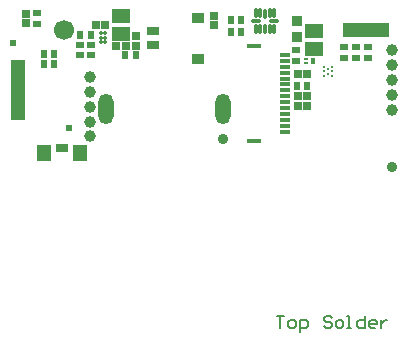
<source format=gbr>
G04 Layer_Color=8388736*
%FSLAX45Y45*%
%MOMM*%
%TF.FileFunction,Soldermask,Top*%
%TF.Part,Single*%
%TFFileComment,The blind Vias under BGA and Other Pads are Via-In-Pad (VIP)*%
G01*
G75*
%TA.AperFunction,SMDPad,CuDef*%
%ADD16C,1.00000*%
%TA.AperFunction,NonConductor*%
%ADD39C,0.15000*%
%TA.AperFunction,ComponentPad*%
%ADD42C,1.00000*%
%TA.AperFunction,ViaPad*%
%ADD48C,0.45000*%
%TA.AperFunction,BGAPad,SMDef*%
%ADD79C,0.25000*%
%TA.AperFunction,SMDPad,CuDef*%
%ADD105C,0.91400*%
%ADD116R,0.56000X0.76000*%
%ADD117R,0.76000X0.56000*%
%ADD118R,0.92200X0.92200*%
%ADD119R,0.68000X0.64000*%
%ADD120R,0.64000X0.68000*%
%TA.AperFunction,ComponentPad*%
%ADD124O,1.30000X2.60000*%
%TA.AperFunction,ViaPad*%
%ADD125C,1.70000*%
%ADD126C,0.60100*%
%TA.AperFunction,NonConductor*%
%ADD127R,1.19095X5.12019*%
%TA.AperFunction,SMDPad,CuDef*%
%ADD128R,1.00000X0.90000*%
%ADD129R,1.05000X0.80000*%
%ADD130R,1.16000X0.46000*%
%ADD131R,0.84000X0.44000*%
%ADD132R,1.20000X1.40000*%
%ADD133R,1.10000X0.70000*%
%ADD134R,3.92000X1.16000*%
%ADD135R,0.70000X0.80000*%
%ADD136R,1.57000X1.19000*%
G04:AMPARAMS|DCode=137|XSize=0.33mm|YSize=0.58mm|CornerRadius=0.1025mm|HoleSize=0mm|Usage=FLASHONLY|Rotation=0.000|XOffset=0mm|YOffset=0mm|HoleType=Round|Shape=RoundedRectangle|*
%AMROUNDEDRECTD137*
21,1,0.33000,0.37500,0,0,0.0*
21,1,0.12500,0.58000,0,0,0.0*
1,1,0.20500,0.06250,-0.18750*
1,1,0.20500,-0.06250,-0.18750*
1,1,0.20500,-0.06250,0.18750*
1,1,0.20500,0.06250,0.18750*
%
%ADD137ROUNDEDRECTD137*%
G04:AMPARAMS|DCode=138|XSize=0.24mm|YSize=0.33mm|CornerRadius=0.08mm|HoleSize=0mm|Usage=FLASHONLY|Rotation=90.000|XOffset=0mm|YOffset=0mm|HoleType=Round|Shape=RoundedRectangle|*
%AMROUNDEDRECTD138*
21,1,0.24000,0.17000,0,0,90.0*
21,1,0.08000,0.33000,0,0,90.0*
1,1,0.16000,0.08500,0.04000*
1,1,0.16000,0.08500,-0.04000*
1,1,0.16000,-0.08500,-0.04000*
1,1,0.16000,-0.08500,0.04000*
%
%ADD138ROUNDEDRECTD138*%
%ADD139R,0.33000X0.24000*%
%TA.AperFunction,BGAPad,CuDef*%
%ADD140C,0.34000*%
%TA.AperFunction,SMDPad,CuDef*%
%ADD141O,0.28000X0.93000*%
%ADD142O,0.30000X1.00000*%
%ADD143O,1.00000X0.28000*%
%ADD144O,0.98000X0.26000*%
D16*
X220629Y-898614D02*
D03*
Y-773614D02*
D03*
Y-648614D02*
D03*
Y-523614D02*
D03*
Y-398614D02*
D03*
D39*
X1799430Y-2422042D02*
X1866076D01*
X1832753D01*
Y-2522009D01*
X1916060D02*
X1949382D01*
X1966043Y-2505348D01*
Y-2472026D01*
X1949382Y-2455364D01*
X1916060D01*
X1899398Y-2472026D01*
Y-2505348D01*
X1916060Y-2522009D01*
X1999366Y-2555332D02*
Y-2455364D01*
X2049350D01*
X2066011Y-2472026D01*
Y-2505348D01*
X2049350Y-2522009D01*
X1999366D01*
X2265947Y-2438703D02*
X2249286Y-2422042D01*
X2215963D01*
X2199302Y-2438703D01*
Y-2455364D01*
X2215963Y-2472026D01*
X2249286D01*
X2265947Y-2488687D01*
Y-2505348D01*
X2249286Y-2522009D01*
X2215963D01*
X2199302Y-2505348D01*
X2315931Y-2522009D02*
X2349253D01*
X2365914Y-2505348D01*
Y-2472026D01*
X2349253Y-2455364D01*
X2315931D01*
X2299269Y-2472026D01*
Y-2505348D01*
X2315931Y-2522009D01*
X2399237D02*
X2432560D01*
X2415899D01*
Y-2422042D01*
X2399237D01*
X2549189D02*
Y-2522009D01*
X2499205D01*
X2482544Y-2505348D01*
Y-2472026D01*
X2499205Y-2455364D01*
X2549189D01*
X2632495Y-2522009D02*
X2599173D01*
X2582511Y-2505348D01*
Y-2472026D01*
X2599173Y-2455364D01*
X2632495D01*
X2649156Y-2472026D01*
Y-2488687D01*
X2582511D01*
X2682479Y-2455364D02*
Y-2522009D01*
Y-2488687D01*
X2699141Y-2472026D01*
X2715802Y-2455364D01*
X2732463D01*
D42*
X2775565Y-167145D02*
D03*
Y-294145D02*
D03*
Y-421145D02*
D03*
Y-548145D02*
D03*
Y-675145D02*
D03*
D48*
X135629Y-208616D02*
D03*
D79*
X2268770Y-389480D02*
D03*
X2199470D02*
D03*
X2234120Y-369490D02*
D03*
X2268770Y-349480D02*
D03*
X2199470D02*
D03*
X2234120Y-329470D02*
D03*
X2268770Y-309480D02*
D03*
X2199470D02*
D03*
D105*
X1350631Y-918610D02*
D03*
X2775627Y-1158614D02*
D03*
D116*
X1971400Y-475980D02*
D03*
X2061400D02*
D03*
X135629Y-38614D02*
D03*
X225629D02*
D03*
X1411968Y86474D02*
D03*
X1501969D02*
D03*
X609629Y-210574D02*
D03*
X519629D02*
D03*
X1501969Y-18684D02*
D03*
X1411968D02*
D03*
X-80471Y-200584D02*
D03*
X-170471D02*
D03*
Y-288014D02*
D03*
X-80471D02*
D03*
D117*
X135629Y-123614D02*
D03*
Y-213614D02*
D03*
X225629D02*
D03*
Y-123614D02*
D03*
X2369622Y-144814D02*
D03*
Y-234814D02*
D03*
X2570529D02*
D03*
Y-144814D02*
D03*
X2470076Y-234814D02*
D03*
Y-144814D02*
D03*
X1966689Y-167020D02*
D03*
Y-257020D02*
D03*
X-229371Y56386D02*
D03*
Y146386D02*
D03*
D118*
X1974789Y80816D02*
D03*
Y-58884D02*
D03*
D119*
X2055400Y-558100D02*
D03*
X1977400D02*
D03*
X271629Y46386D02*
D03*
X349629D02*
D03*
X522719Y-131280D02*
D03*
X444719D02*
D03*
X1977400Y-643860D02*
D03*
X2055400D02*
D03*
X1977400Y-367430D02*
D03*
X2055400D02*
D03*
D120*
X605629Y-52280D02*
D03*
Y-130280D02*
D03*
X1273629Y42416D02*
D03*
Y120416D02*
D03*
X-319371Y140386D02*
D03*
Y62386D02*
D03*
D124*
X1344631Y-663610D02*
D03*
X356630D02*
D03*
D125*
X0Y0D02*
D03*
D126*
X220629Y-773614D02*
D03*
X-429371Y-108614D02*
D03*
X217833Y-520818D02*
D03*
X220629Y-898614D02*
D03*
Y-648614D02*
D03*
X39884Y-830861D02*
D03*
D127*
X-392648Y-502792D02*
D03*
D128*
X1132629Y-244614D02*
D03*
Y105386D02*
D03*
D129*
X755129Y-129614D02*
D03*
Y-9614D02*
D03*
D130*
X1609000Y-131000D02*
D03*
Y-939000D02*
D03*
D131*
X1874000Y-210000D02*
D03*
Y-260000D02*
D03*
Y-810000D02*
D03*
Y-310000D02*
D03*
Y-760000D02*
D03*
Y-710000D02*
D03*
Y-410000D02*
D03*
Y-660000D02*
D03*
Y-460000D02*
D03*
Y-510000D02*
D03*
Y-560000D02*
D03*
Y-610000D02*
D03*
Y-860000D02*
D03*
Y-360000D02*
D03*
D132*
X135120Y-1040460D02*
D03*
X-164880D02*
D03*
D133*
X-14880Y-995460D02*
D03*
D134*
X2556063Y1073D02*
D03*
D135*
X2121039Y-131934D02*
D03*
Y-31934D02*
D03*
D136*
Y-6434D02*
D03*
Y-157434D02*
D03*
X484486Y-28584D02*
D03*
Y122416D02*
D03*
D137*
X2111960Y-261750D02*
D03*
D138*
X2046960Y-279250D02*
D03*
D139*
Y-244250D02*
D03*
D140*
X310629Y-23614D02*
D03*
X350629D02*
D03*
X310629Y-63614D02*
D03*
X350629D02*
D03*
X310629Y-103614D02*
D03*
X350629D02*
D03*
D141*
X1622236Y6959D02*
D03*
X1662235D02*
D03*
X1742236D02*
D03*
X1782235D02*
D03*
Y141959D02*
D03*
X1742236D02*
D03*
X1662235D02*
D03*
X1622236D02*
D03*
D142*
X1702236Y9459D02*
D03*
Y139459D02*
D03*
D143*
X1782235Y74459D02*
D03*
D144*
X1622236D02*
D03*
%TF.MD5,1daf4f893a3ea9eb75398789d4dbace3*%
M02*

</source>
